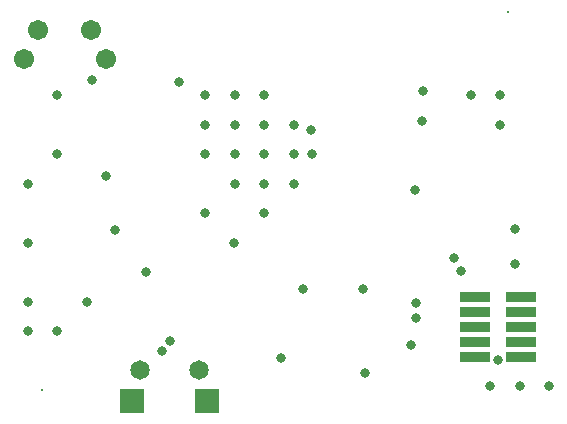
<source format=gbs>
G04 Layer_Color=8150272*
%FSLAX25Y25*%
%MOIN*%
G70*
G01*
G75*
%ADD63C,0.03162*%
%ADD64C,0.06706*%
%ADD65C,0.06509*%
%ADD66R,0.07887X0.08280*%
%ADD67C,0.00800*%
%ADD68R,0.10249X0.03792*%
D63*
X264411Y196563D02*
D03*
X254569Y206405D02*
D03*
X264411D02*
D03*
X195513Y196563D02*
D03*
Y186721D02*
D03*
Y176878D02*
D03*
X185671Y167035D02*
D03*
Y176878D02*
D03*
Y186721D02*
D03*
Y196563D02*
D03*
Y206405D02*
D03*
X175828D02*
D03*
Y196563D02*
D03*
Y186721D02*
D03*
Y176878D02*
D03*
X165986Y167035D02*
D03*
Y206405D02*
D03*
Y196563D02*
D03*
Y186721D02*
D03*
X146301Y147350D02*
D03*
X126616Y137508D02*
D03*
X116773Y127665D02*
D03*
X106931D02*
D03*
Y137508D02*
D03*
Y157193D02*
D03*
Y176878D02*
D03*
X116773Y186721D02*
D03*
Y206405D02*
D03*
X234646Y123228D02*
D03*
X280709Y109449D02*
D03*
X261024D02*
D03*
X270866D02*
D03*
X269291Y161811D02*
D03*
Y150000D02*
D03*
X238189Y197638D02*
D03*
X238583Y207874D02*
D03*
X251181Y147638D02*
D03*
X248976Y152205D02*
D03*
X235827Y174803D02*
D03*
X157480Y210630D02*
D03*
X175591Y157087D02*
D03*
X128347Y211417D02*
D03*
X236221Y132236D02*
D03*
Y137173D02*
D03*
X263779Y118209D02*
D03*
X191339Y118898D02*
D03*
X154331Y124409D02*
D03*
X151575Y121260D02*
D03*
X135827Y161516D02*
D03*
X201279Y194685D02*
D03*
X201575Y186909D02*
D03*
X132874Y179527D02*
D03*
X198819Y141732D02*
D03*
X219291Y113780D02*
D03*
X218504Y141732D02*
D03*
D64*
X105512Y218307D02*
D03*
X110433Y228150D02*
D03*
X128149D02*
D03*
X133071Y218307D02*
D03*
D65*
X163976Y114906D02*
D03*
X144291D02*
D03*
D66*
X141535Y104276D02*
D03*
X166732D02*
D03*
D67*
X267126Y234252D02*
D03*
X111614Y108268D02*
D03*
D68*
X271457Y138996D02*
D03*
Y133996D02*
D03*
Y128996D02*
D03*
Y123996D02*
D03*
Y118996D02*
D03*
X256102Y138996D02*
D03*
Y133996D02*
D03*
Y128996D02*
D03*
Y123996D02*
D03*
Y118996D02*
D03*
M02*

</source>
